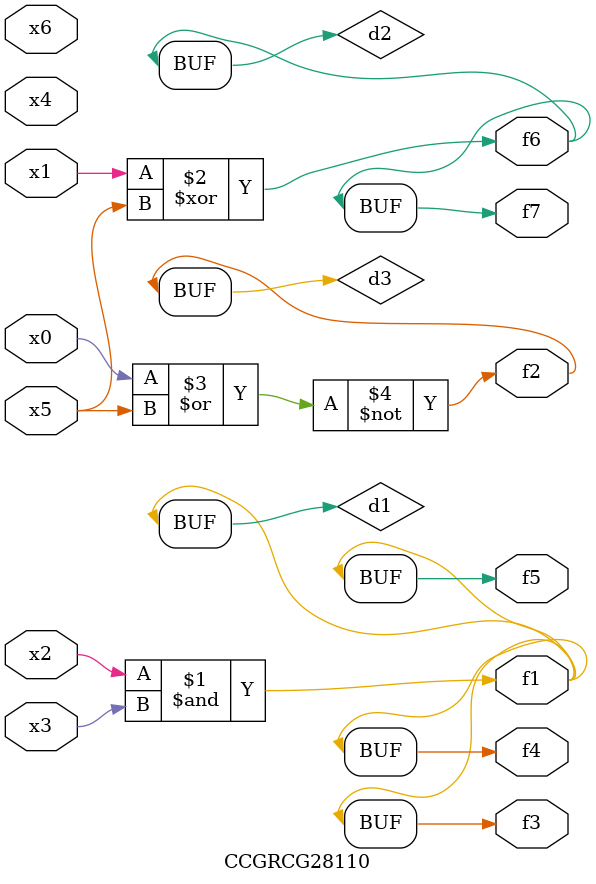
<source format=v>
module CCGRCG28110(
	input x0, x1, x2, x3, x4, x5, x6,
	output f1, f2, f3, f4, f5, f6, f7
);

	wire d1, d2, d3;

	and (d1, x2, x3);
	xor (d2, x1, x5);
	nor (d3, x0, x5);
	assign f1 = d1;
	assign f2 = d3;
	assign f3 = d1;
	assign f4 = d1;
	assign f5 = d1;
	assign f6 = d2;
	assign f7 = d2;
endmodule

</source>
